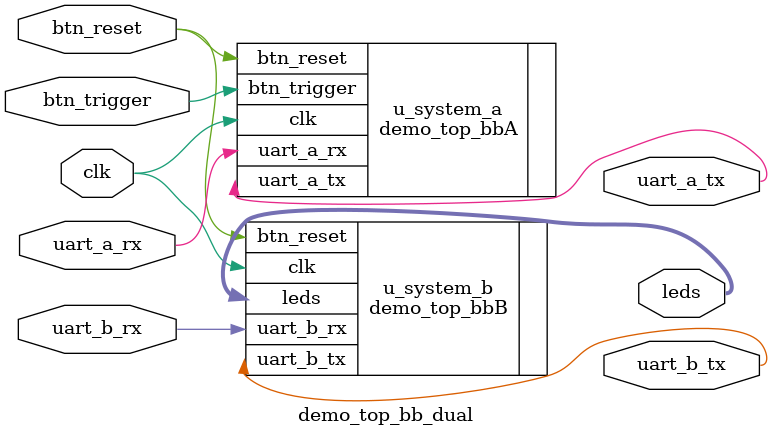
<source format=sv>
`timescale 1ns/1ps

module demo_top_bb_dual (
	input  logic       clk,
	input  logic       btn_reset,
	input  logic       btn_trigger,
	input  logic       uart_a_rx,
	output logic       uart_a_tx,
	input  logic       uart_b_rx,
	output logic       uart_b_tx,
	output logic [7:0] leds
);

	demo_top_bbA u_system_a (
		.clk(clk),
		.btn_reset(btn_reset),
		.btn_trigger(btn_trigger),
		.uart_a_rx(uart_a_rx),
		.uart_a_tx(uart_a_tx)
	);

	demo_top_bbB u_system_b (
		.clk(clk),
		.btn_reset(btn_reset),
		.uart_b_rx(uart_b_rx),
		.uart_b_tx(uart_b_tx),
		.leds(leds)
	);
endmodule


</source>
